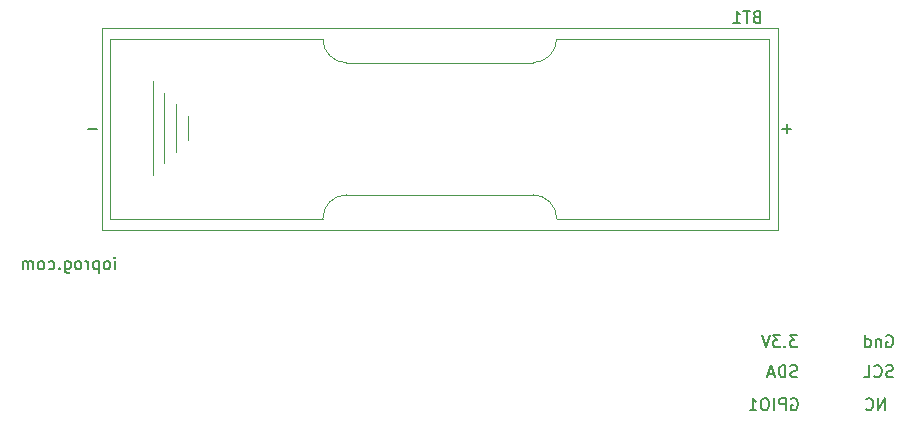
<source format=gbo>
G04 #@! TF.GenerationSoftware,KiCad,Pcbnew,5.1.9+dfsg1-1*
G04 #@! TF.CreationDate,2022-04-23T11:50:34+01:00*
G04 #@! TF.ProjectId,dmb2022,646d6232-3032-4322-9e6b-696361645f70,rev?*
G04 #@! TF.SameCoordinates,Original*
G04 #@! TF.FileFunction,Legend,Bot*
G04 #@! TF.FilePolarity,Positive*
%FSLAX46Y46*%
G04 Gerber Fmt 4.6, Leading zero omitted, Abs format (unit mm)*
G04 Created by KiCad (PCBNEW 5.1.9+dfsg1-1) date 2022-04-23 11:50:34*
%MOMM*%
%LPD*%
G01*
G04 APERTURE LIST*
%ADD10C,0.150000*%
%ADD11C,0.120000*%
G04 APERTURE END LIST*
D10*
X244300190Y-102116000D02*
X244395428Y-102068380D01*
X244538285Y-102068380D01*
X244681142Y-102116000D01*
X244776380Y-102211238D01*
X244824000Y-102306476D01*
X244871619Y-102496952D01*
X244871619Y-102639809D01*
X244824000Y-102830285D01*
X244776380Y-102925523D01*
X244681142Y-103020761D01*
X244538285Y-103068380D01*
X244443047Y-103068380D01*
X244300190Y-103020761D01*
X244252571Y-102973142D01*
X244252571Y-102639809D01*
X244443047Y-102639809D01*
X243824000Y-103068380D02*
X243824000Y-102068380D01*
X243443047Y-102068380D01*
X243347809Y-102116000D01*
X243300190Y-102163619D01*
X243252571Y-102258857D01*
X243252571Y-102401714D01*
X243300190Y-102496952D01*
X243347809Y-102544571D01*
X243443047Y-102592190D01*
X243824000Y-102592190D01*
X242824000Y-103068380D02*
X242824000Y-102068380D01*
X242157333Y-102068380D02*
X241966857Y-102068380D01*
X241871619Y-102116000D01*
X241776380Y-102211238D01*
X241728761Y-102401714D01*
X241728761Y-102735047D01*
X241776380Y-102925523D01*
X241871619Y-103020761D01*
X241966857Y-103068380D01*
X242157333Y-103068380D01*
X242252571Y-103020761D01*
X242347809Y-102925523D01*
X242395428Y-102735047D01*
X242395428Y-102401714D01*
X242347809Y-102211238D01*
X242252571Y-102116000D01*
X242157333Y-102068380D01*
X240776380Y-103068380D02*
X241347809Y-103068380D01*
X241062095Y-103068380D02*
X241062095Y-102068380D01*
X241157333Y-102211238D01*
X241252571Y-102306476D01*
X241347809Y-102354095D01*
X252245714Y-103068380D02*
X252245714Y-102068380D01*
X251674285Y-103068380D01*
X251674285Y-102068380D01*
X250626666Y-102973142D02*
X250674285Y-103020761D01*
X250817142Y-103068380D01*
X250912380Y-103068380D01*
X251055238Y-103020761D01*
X251150476Y-102925523D01*
X251198095Y-102830285D01*
X251245714Y-102639809D01*
X251245714Y-102496952D01*
X251198095Y-102306476D01*
X251150476Y-102211238D01*
X251055238Y-102116000D01*
X250912380Y-102068380D01*
X250817142Y-102068380D01*
X250674285Y-102116000D01*
X250626666Y-102163619D01*
X252904476Y-100226761D02*
X252761619Y-100274380D01*
X252523523Y-100274380D01*
X252428285Y-100226761D01*
X252380666Y-100179142D01*
X252333047Y-100083904D01*
X252333047Y-99988666D01*
X252380666Y-99893428D01*
X252428285Y-99845809D01*
X252523523Y-99798190D01*
X252714000Y-99750571D01*
X252809238Y-99702952D01*
X252856857Y-99655333D01*
X252904476Y-99560095D01*
X252904476Y-99464857D01*
X252856857Y-99369619D01*
X252809238Y-99322000D01*
X252714000Y-99274380D01*
X252475904Y-99274380D01*
X252333047Y-99322000D01*
X251333047Y-100179142D02*
X251380666Y-100226761D01*
X251523523Y-100274380D01*
X251618761Y-100274380D01*
X251761619Y-100226761D01*
X251856857Y-100131523D01*
X251904476Y-100036285D01*
X251952095Y-99845809D01*
X251952095Y-99702952D01*
X251904476Y-99512476D01*
X251856857Y-99417238D01*
X251761619Y-99322000D01*
X251618761Y-99274380D01*
X251523523Y-99274380D01*
X251380666Y-99322000D01*
X251333047Y-99369619D01*
X250428285Y-100274380D02*
X250904476Y-100274380D01*
X250904476Y-99274380D01*
X244800285Y-100226761D02*
X244657428Y-100274380D01*
X244419333Y-100274380D01*
X244324095Y-100226761D01*
X244276476Y-100179142D01*
X244228857Y-100083904D01*
X244228857Y-99988666D01*
X244276476Y-99893428D01*
X244324095Y-99845809D01*
X244419333Y-99798190D01*
X244609809Y-99750571D01*
X244705047Y-99702952D01*
X244752666Y-99655333D01*
X244800285Y-99560095D01*
X244800285Y-99464857D01*
X244752666Y-99369619D01*
X244705047Y-99322000D01*
X244609809Y-99274380D01*
X244371714Y-99274380D01*
X244228857Y-99322000D01*
X243800285Y-100274380D02*
X243800285Y-99274380D01*
X243562190Y-99274380D01*
X243419333Y-99322000D01*
X243324095Y-99417238D01*
X243276476Y-99512476D01*
X243228857Y-99702952D01*
X243228857Y-99845809D01*
X243276476Y-100036285D01*
X243324095Y-100131523D01*
X243419333Y-100226761D01*
X243562190Y-100274380D01*
X243800285Y-100274380D01*
X242847904Y-99988666D02*
X242371714Y-99988666D01*
X242943142Y-100274380D02*
X242609809Y-99274380D01*
X242276476Y-100274380D01*
X252356857Y-96782000D02*
X252452095Y-96734380D01*
X252594952Y-96734380D01*
X252737809Y-96782000D01*
X252833047Y-96877238D01*
X252880666Y-96972476D01*
X252928285Y-97162952D01*
X252928285Y-97305809D01*
X252880666Y-97496285D01*
X252833047Y-97591523D01*
X252737809Y-97686761D01*
X252594952Y-97734380D01*
X252499714Y-97734380D01*
X252356857Y-97686761D01*
X252309238Y-97639142D01*
X252309238Y-97305809D01*
X252499714Y-97305809D01*
X251880666Y-97067714D02*
X251880666Y-97734380D01*
X251880666Y-97162952D02*
X251833047Y-97115333D01*
X251737809Y-97067714D01*
X251594952Y-97067714D01*
X251499714Y-97115333D01*
X251452095Y-97210571D01*
X251452095Y-97734380D01*
X250547333Y-97734380D02*
X250547333Y-96734380D01*
X250547333Y-97686761D02*
X250642571Y-97734380D01*
X250833047Y-97734380D01*
X250928285Y-97686761D01*
X250975904Y-97639142D01*
X251023523Y-97543904D01*
X251023523Y-97258190D01*
X250975904Y-97162952D01*
X250928285Y-97115333D01*
X250833047Y-97067714D01*
X250642571Y-97067714D01*
X250547333Y-97115333D01*
X244808190Y-96734380D02*
X244189142Y-96734380D01*
X244522476Y-97115333D01*
X244379619Y-97115333D01*
X244284380Y-97162952D01*
X244236761Y-97210571D01*
X244189142Y-97305809D01*
X244189142Y-97543904D01*
X244236761Y-97639142D01*
X244284380Y-97686761D01*
X244379619Y-97734380D01*
X244665333Y-97734380D01*
X244760571Y-97686761D01*
X244808190Y-97639142D01*
X243760571Y-97639142D02*
X243712952Y-97686761D01*
X243760571Y-97734380D01*
X243808190Y-97686761D01*
X243760571Y-97639142D01*
X243760571Y-97734380D01*
X243379619Y-96734380D02*
X242760571Y-96734380D01*
X243093904Y-97115333D01*
X242951047Y-97115333D01*
X242855809Y-97162952D01*
X242808190Y-97210571D01*
X242760571Y-97305809D01*
X242760571Y-97543904D01*
X242808190Y-97639142D01*
X242855809Y-97686761D01*
X242951047Y-97734380D01*
X243236761Y-97734380D01*
X243332000Y-97686761D01*
X243379619Y-97639142D01*
X242474857Y-96734380D02*
X242141523Y-97734380D01*
X241808190Y-96734380D01*
X187038761Y-91130380D02*
X187038761Y-90463714D01*
X187038761Y-90130380D02*
X187086380Y-90178000D01*
X187038761Y-90225619D01*
X186991142Y-90178000D01*
X187038761Y-90130380D01*
X187038761Y-90225619D01*
X186419714Y-91130380D02*
X186514952Y-91082761D01*
X186562571Y-91035142D01*
X186610190Y-90939904D01*
X186610190Y-90654190D01*
X186562571Y-90558952D01*
X186514952Y-90511333D01*
X186419714Y-90463714D01*
X186276857Y-90463714D01*
X186181619Y-90511333D01*
X186134000Y-90558952D01*
X186086380Y-90654190D01*
X186086380Y-90939904D01*
X186134000Y-91035142D01*
X186181619Y-91082761D01*
X186276857Y-91130380D01*
X186419714Y-91130380D01*
X185657809Y-90463714D02*
X185657809Y-91463714D01*
X185657809Y-90511333D02*
X185562571Y-90463714D01*
X185372095Y-90463714D01*
X185276857Y-90511333D01*
X185229238Y-90558952D01*
X185181619Y-90654190D01*
X185181619Y-90939904D01*
X185229238Y-91035142D01*
X185276857Y-91082761D01*
X185372095Y-91130380D01*
X185562571Y-91130380D01*
X185657809Y-91082761D01*
X184753047Y-91130380D02*
X184753047Y-90463714D01*
X184753047Y-90654190D02*
X184705428Y-90558952D01*
X184657809Y-90511333D01*
X184562571Y-90463714D01*
X184467333Y-90463714D01*
X183991142Y-91130380D02*
X184086380Y-91082761D01*
X184134000Y-91035142D01*
X184181619Y-90939904D01*
X184181619Y-90654190D01*
X184134000Y-90558952D01*
X184086380Y-90511333D01*
X183991142Y-90463714D01*
X183848285Y-90463714D01*
X183753047Y-90511333D01*
X183705428Y-90558952D01*
X183657809Y-90654190D01*
X183657809Y-90939904D01*
X183705428Y-91035142D01*
X183753047Y-91082761D01*
X183848285Y-91130380D01*
X183991142Y-91130380D01*
X182800666Y-90463714D02*
X182800666Y-91273238D01*
X182848285Y-91368476D01*
X182895904Y-91416095D01*
X182991142Y-91463714D01*
X183134000Y-91463714D01*
X183229238Y-91416095D01*
X182800666Y-91082761D02*
X182895904Y-91130380D01*
X183086380Y-91130380D01*
X183181619Y-91082761D01*
X183229238Y-91035142D01*
X183276857Y-90939904D01*
X183276857Y-90654190D01*
X183229238Y-90558952D01*
X183181619Y-90511333D01*
X183086380Y-90463714D01*
X182895904Y-90463714D01*
X182800666Y-90511333D01*
X182324476Y-91035142D02*
X182276857Y-91082761D01*
X182324476Y-91130380D01*
X182372095Y-91082761D01*
X182324476Y-91035142D01*
X182324476Y-91130380D01*
X181419714Y-91082761D02*
X181514952Y-91130380D01*
X181705428Y-91130380D01*
X181800666Y-91082761D01*
X181848285Y-91035142D01*
X181895904Y-90939904D01*
X181895904Y-90654190D01*
X181848285Y-90558952D01*
X181800666Y-90511333D01*
X181705428Y-90463714D01*
X181514952Y-90463714D01*
X181419714Y-90511333D01*
X180848285Y-91130380D02*
X180943523Y-91082761D01*
X180991142Y-91035142D01*
X181038761Y-90939904D01*
X181038761Y-90654190D01*
X180991142Y-90558952D01*
X180943523Y-90511333D01*
X180848285Y-90463714D01*
X180705428Y-90463714D01*
X180610190Y-90511333D01*
X180562571Y-90558952D01*
X180514952Y-90654190D01*
X180514952Y-90939904D01*
X180562571Y-91035142D01*
X180610190Y-91082761D01*
X180705428Y-91130380D01*
X180848285Y-91130380D01*
X180086380Y-91130380D02*
X180086380Y-90463714D01*
X180086380Y-90558952D02*
X180038761Y-90511333D01*
X179943523Y-90463714D01*
X179800666Y-90463714D01*
X179705428Y-90511333D01*
X179657809Y-90606571D01*
X179657809Y-91130380D01*
X179657809Y-90606571D02*
X179610190Y-90511333D01*
X179514952Y-90463714D01*
X179372095Y-90463714D01*
X179276857Y-90511333D01*
X179229238Y-90606571D01*
X179229238Y-91130380D01*
D11*
X206638000Y-84848000D02*
X222438000Y-84848000D01*
X222438000Y-73648000D02*
X206638000Y-73648000D01*
X204638000Y-86848000D02*
X186638000Y-86848000D01*
X204638000Y-71648000D02*
X186638000Y-71648000D01*
X242438000Y-71648000D02*
X224438000Y-71648000D01*
X186638000Y-71648000D02*
X186638000Y-86848000D01*
X242438000Y-86848000D02*
X224438000Y-86848000D01*
X242438000Y-71648000D02*
X242438000Y-86848000D01*
X243158000Y-70683000D02*
X185918000Y-70683000D01*
X243158000Y-87813000D02*
X243158000Y-70683000D01*
X185918000Y-87813000D02*
X243158000Y-87813000D01*
X185918000Y-70683000D02*
X185918000Y-87813000D01*
X193228000Y-78188000D02*
X193228000Y-80188000D01*
X190228000Y-75188000D02*
X190228000Y-83188000D01*
X191228000Y-82188000D02*
X191228000Y-76188000D01*
X192228000Y-77188000D02*
X192228000Y-81188000D01*
X224438000Y-86848000D02*
G75*
G03*
X222438000Y-84848000I-2000000J0D01*
G01*
X206638000Y-84848000D02*
G75*
G03*
X204638000Y-86848000I0J-2000000D01*
G01*
X204638000Y-71648000D02*
G75*
G03*
X206638000Y-73648000I2000000J0D01*
G01*
X222438000Y-73648000D02*
G75*
G03*
X224438000Y-71648000I0J2000000D01*
G01*
D10*
X241343714Y-69756571D02*
X241200857Y-69804190D01*
X241153238Y-69851809D01*
X241105619Y-69947047D01*
X241105619Y-70089904D01*
X241153238Y-70185142D01*
X241200857Y-70232761D01*
X241296095Y-70280380D01*
X241677047Y-70280380D01*
X241677047Y-69280380D01*
X241343714Y-69280380D01*
X241248476Y-69328000D01*
X241200857Y-69375619D01*
X241153238Y-69470857D01*
X241153238Y-69566095D01*
X241200857Y-69661333D01*
X241248476Y-69708952D01*
X241343714Y-69756571D01*
X241677047Y-69756571D01*
X240819904Y-69280380D02*
X240248476Y-69280380D01*
X240534190Y-70280380D02*
X240534190Y-69280380D01*
X239391333Y-70280380D02*
X239962761Y-70280380D01*
X239677047Y-70280380D02*
X239677047Y-69280380D01*
X239772285Y-69423238D01*
X239867523Y-69518476D01*
X239962761Y-69566095D01*
X244318952Y-79259428D02*
X243557047Y-79259428D01*
X243938000Y-79640380D02*
X243938000Y-78878476D01*
X185548952Y-79259428D02*
X184787047Y-79259428D01*
M02*

</source>
